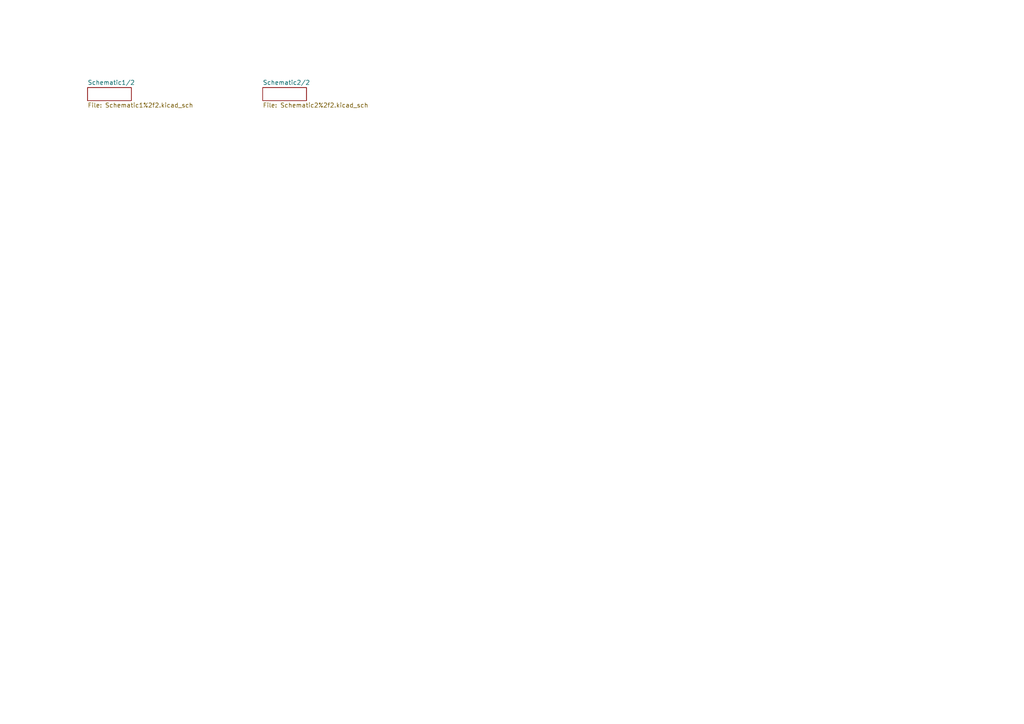
<source format=kicad_sch>
(kicad_sch
	(version 20231120)
	(generator "eeschema")
	(generator_version "8.0")
	(uuid "92d9d27e-02e5-49d5-8976-07f269392134")
	(paper "A4")
	(lib_symbols)
	(sheet
		(at 76.2 25.4)
		(size 12.7 3.81)
		(fields_autoplaced yes)
		(stroke
			(width 0)
			(type solid)
		)
		(fill
			(color 0 0 0 0.0000)
		)
		(uuid "81d7dcd3-b491-40ff-b0af-470b8069e52a")
		(property "Sheetname" "Schematic2/2"
			(at 76.2 24.6884 0)
			(effects
				(font
					(size 1.27 1.27)
				)
				(justify left bottom)
			)
		)
		(property "Sheetfile" "Schematic2%2f2.kicad_sch"
			(at 76.2 29.7946 0)
			(effects
				(font
					(size 1.27 1.27)
				)
				(justify left top)
			)
		)
		(instances
			(project "C1"
				(path "/92d9d27e-02e5-49d5-8976-07f269392134"
					(page "2")
				)
			)
		)
	)
	(sheet
		(at 25.4 25.4)
		(size 12.7 3.81)
		(fields_autoplaced yes)
		(stroke
			(width 0)
			(type solid)
		)
		(fill
			(color 0 0 0 0.0000)
		)
		(uuid "efce5828-51af-41b9-8a6b-d9649e5ff0df")
		(property "Sheetname" "Schematic1/2"
			(at 25.4 24.6884 0)
			(effects
				(font
					(size 1.27 1.27)
				)
				(justify left bottom)
			)
		)
		(property "Sheetfile" "Schematic1%2f2.kicad_sch"
			(at 25.4 29.7946 0)
			(effects
				(font
					(size 1.27 1.27)
				)
				(justify left top)
			)
		)
		(instances
			(project "C1"
				(path "/92d9d27e-02e5-49d5-8976-07f269392134"
					(page "1")
				)
			)
		)
	)
	(sheet_instances
		(path "/"
			(page "1")
		)
	)
)

</source>
